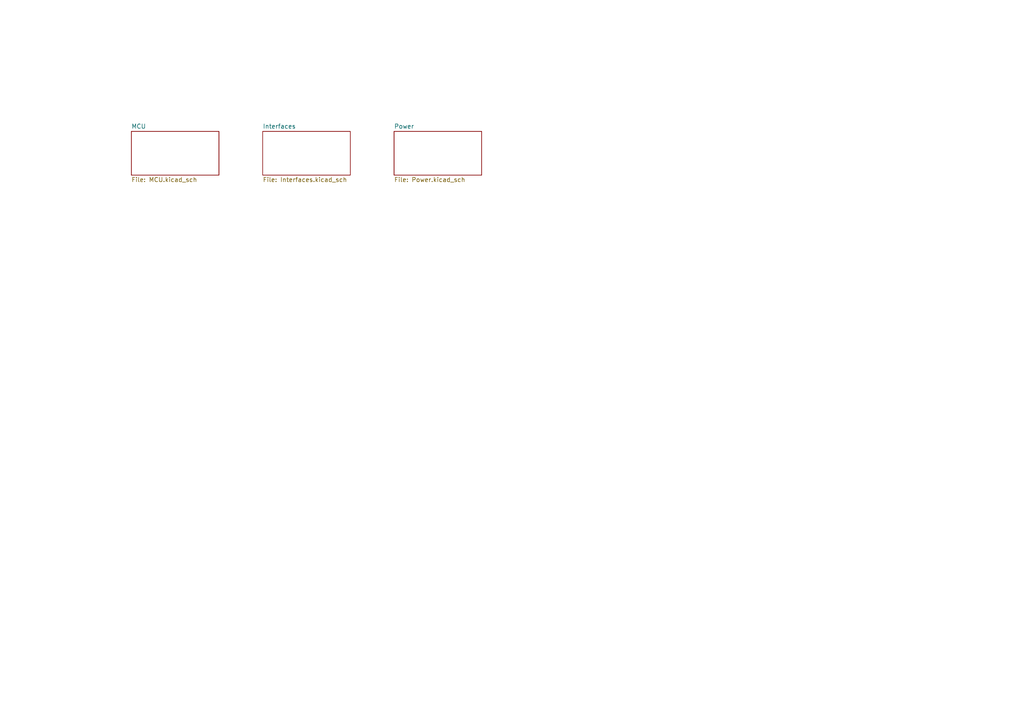
<source format=kicad_sch>
(kicad_sch
	(version 20250114)
	(generator "eeschema")
	(generator_version "9.0")
	(uuid "f2bb7816-6b2a-47fd-8906-eb4aedd6f9e6")
	(paper "A4")
	(lib_symbols)
	(sheet
		(at 38.1 38.1)
		(size 25.4 12.7)
		(exclude_from_sim no)
		(in_bom yes)
		(on_board yes)
		(dnp no)
		(fields_autoplaced yes)
		(stroke
			(width 0.1524)
			(type solid)
		)
		(fill
			(color 0 0 0 0.0000)
		)
		(uuid "5886a42c-8e6b-486c-adaf-d9c5288f3ea7")
		(property "Sheetname" "MCU"
			(at 38.1 37.3884 0)
			(effects
				(font
					(size 1.27 1.27)
				)
				(justify left bottom)
			)
		)
		(property "Sheetfile" "MCU.kicad_sch"
			(at 38.1 51.3846 0)
			(effects
				(font
					(size 1.27 1.27)
				)
				(justify left top)
			)
		)
		(instances
			(project "LV3-Core"
				(path "/f2bb7816-6b2a-47fd-8906-eb4aedd6f9e6"
					(page "2")
				)
			)
		)
	)
	(sheet
		(at 114.3 38.1)
		(size 25.4 12.7)
		(exclude_from_sim no)
		(in_bom yes)
		(on_board yes)
		(dnp no)
		(fields_autoplaced yes)
		(stroke
			(width 0.1524)
			(type solid)
		)
		(fill
			(color 0 0 0 0.0000)
		)
		(uuid "5e700bbe-1f69-4433-b621-e458f2a62014")
		(property "Sheetname" "Power"
			(at 114.3 37.3884 0)
			(effects
				(font
					(size 1.27 1.27)
				)
				(justify left bottom)
			)
		)
		(property "Sheetfile" "Power.kicad_sch"
			(at 114.3 51.3846 0)
			(effects
				(font
					(size 1.27 1.27)
				)
				(justify left top)
			)
		)
		(instances
			(project "LV3-Core"
				(path "/f2bb7816-6b2a-47fd-8906-eb4aedd6f9e6"
					(page "6")
				)
			)
		)
	)
	(sheet
		(at 76.2 38.1)
		(size 25.4 12.7)
		(exclude_from_sim no)
		(in_bom yes)
		(on_board yes)
		(dnp no)
		(fields_autoplaced yes)
		(stroke
			(width 0.1524)
			(type solid)
		)
		(fill
			(color 0 0 0 0.0000)
		)
		(uuid "61479cd4-0d84-48d3-a2a5-35c815fbc6c8")
		(property "Sheetname" "Interfaces"
			(at 76.2 37.3884 0)
			(effects
				(font
					(size 1.27 1.27)
				)
				(justify left bottom)
			)
		)
		(property "Sheetfile" "Interfaces.kicad_sch"
			(at 76.2 51.3846 0)
			(effects
				(font
					(size 1.27 1.27)
				)
				(justify left top)
			)
		)
		(instances
			(project "LV3-Core"
				(path "/f2bb7816-6b2a-47fd-8906-eb4aedd6f9e6"
					(page "4")
				)
			)
		)
	)
	(sheet_instances
		(path "/"
			(page "1")
		)
	)
	(embedded_fonts no)
)

</source>
